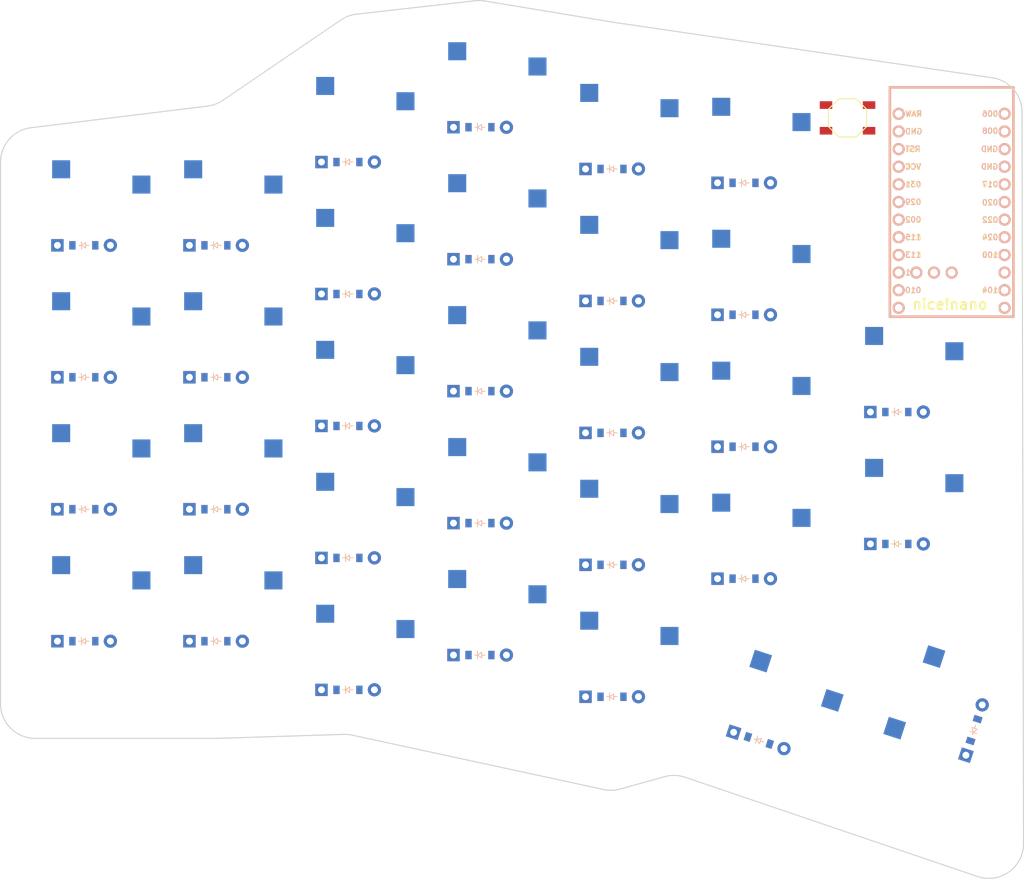
<source format=kicad_pcb>
(kicad_pcb (version 20240108) (generator "pcbnew") (generator_version "8.0")
  (title_block (title "left") (rev "v1.0.0") (company "Unknown"))
  (layers (0 "F.Cu" signal) (31 "B.Cu" signal) (34 "B.Paste" user) (35 "F.Paste" user) (36 "B.SilkS" user "B.Silkscreen") (37 "F.SilkS" user "F.Silkscreen") (38 "B.Mask" user) (39 "F.Mask" user) (44 "Edge.Cuts" user))
  (net 0 "")
  (net 1 "outer_bottom")
  (net 2 "outer_home")
  (net 3 "outer_top")
  (net 4 "outer_num")
  (net 5 "pinky_bottom")
  (net 6 "pinky_home")
  (net 7 "pinky_top")
  (net 8 "pinky_num")
  (net 9 "ring_mod")
  (net 10 "ring_bottom")
  (net 11 "ring_home")
  (net 12 "ring_top")
  (net 13 "ring_num")
  (net 14 "middle_mod")
  (net 15 "middle_bottom")
  (net 16 "middle_home")
  (net 17 "middle_top")
  (net 18 "middle_num")
  (net 19 "index_mod")
  (net 20 "index_bottom")
  (net 21 "index_home")
  (net 22 "index_top")
  (net 23 "index_num")
  (net 24 "inner_bottom")
  (net 25 "inner_home")
  (net 26 "inner_top")
  (net 27 "inner_num")
  (net 28 "inner_mod_home")
  (net 29 "inner_mod_top")
  (net 30 "home_cluster")
  (net 31 "far_cluster")
  (net 32 "P113")
  (net 33 "P111")
  (net 34 "P010")
  (net 35 "P009")
  (net 36 "P115")
  (net 37 "RAW")
  (net 38 "GND")
  (net 39 "RST")
  (net 40 "VCC")
  (net 41 "P031")
  (net 42 "P029")
  (net 43 "P002")
  (net 44 "P006")
  (net 45 "P008")
  (net 46 "P017")
  (net 47 "P020")
  (net 48 "P022")
  (net 49 "P024")
  (net 50 "P100")
  (net 51 "P011")
  (net 52 "P104")
  (net 53 "P106")
  (net 54 "P101")
  (net 55 "P102")
  (net 56 "P107")
  (net 57 "reset")
  (footprint "E73:SW_TACT_ALPS_SKQGABE010" (layer "F.Cu") (at 223.253556 65.930671)
    (property "Reference" "B1" (hide yes))
    (property "Value" "" (hide yes))
    (pad "1" smd rect (at -3.1 -1.85) (size 1.8 1.1) (layers "F.Cu" "F.Paste" "F.Mask") (net 38 "GND"))
    (pad "1" smd rect (at 3.1 -1.85) (size 1.8 1.1) (layers "F.Cu" "F.Paste" "F.Mask") (net 38 "GND"))
    (pad "2" smd rect (at -3.1 1.85) (size 1.8 1.1) (layers "F.Cu" "F.Paste" "F.Mask") (net 57 "reset"))
    (pad "2" smd rect (at 3.1 1.85) (size 1.8 1.1) (layers "F.Cu" "F.Paste" "F.Mask") (net 57 "reset"))
  )
  (footprint "ComboDiode" (layer "F.Cu") (at 151.353556 110.280671)
    (property "Reference" "D11" (hide yes))
    (property "Value" "" (hide yes))
    (pad "1" thru_hole rect (at -3.81 0) (size 1.778 1.778) (drill 0.9906) (layers "*.Cu" "*.Mask") (net 33 "P111"))
    (pad "1" smd rect (at -1.65 0) (size 0.9 1.2) (layers "F.Cu" "F.Paste" "F.Mask") (net 33 "P111"))
    (pad "1" smd rect (at -1.65 0) (size 0.9 1.2) (layers "B.Cu" "B.Paste" "B.Mask") (net 33 "P111"))
    (pad "2" smd rect (at 1.65 0) (size 0.9 1.2) (layers "F.Cu" "F.Paste" "F.Mask") (net 11 "ring_home"))
    (pad "2" smd rect (at 1.65 0) (size 0.9 1.2) (layers "B.Cu" "B.Paste" "B.Mask") (net 11 "ring_home"))
    (pad "2" thru_hole circle (at 3.81 0) (size 1.905 1.905) (drill 0.9906) (layers "*.Cu" "*.Mask") (net 11 "ring_home"))
  )
  (footprint "PG1350" (layer "F.Cu") (at 113.353556 136.280671)
    (property "Reference" "S1" (hide yes))
    (property "Value" "" (hide yes))
    (pad "" np_thru_hole circle (at -5.5 0) (size 1.7018 1.7018) (drill 1.7018) (layers "*.Cu" "*.Mask"))
    (pad "" np_thru_hole circle (at 0 -5.95) (size 3 3) (drill 3) (layers "*.Cu" "*.Mask"))
    (pad "" np_thru_hole circle (at 0 0) (size 3.429 3.429) (drill 3.429) (layers "*.Cu" "*.Mask"))
    (pad "" np_thru_hole circle (at 5 -3.75) (size 3 3) (drill 3) (layers "*.Cu" "*.Mask"))
    (pad "" np_thru_hole circle (at 5.5 0) (size 1.7018 1.7018) (drill 1.7018) (layers "*.Cu" "*.Mask"))
    (pad "1" smd rect (at -3.275 -5.95) (size 2.6 2.6) (layers "B.Cu" "B.Paste" "B.Mask"))
    (pad "2" smd rect (at 8.275 -3.75) (size 2.6 2.6) (layers "B.Cu" "B.Paste" "B.Mask") (net 1 "outer_bottom"))
  )
  (footprint "ComboDiode" (layer "F.Cu") (at 132.353556 122.280671)
    (property "Reference" "D6" (hide yes))
    (property "Value" "" (hide yes))
    (pad "1" thru_hole rect (at -3.81 0) (size 1.778 1.778) (drill 0.9906) (layers "*.Cu" "*.Mask") (net 33 "P111"))
    (pad "1" smd rect (at -1.65 0) (size 0.9 1.2) (layers "F.Cu" "F.Paste" "F.Mask") (net 33 "P111"))
    (pad "1" smd rect (at -1.65 0) (size 0.9 1.2) (layers "B.Cu" "B.Paste" "B.Mask") (net 33 "P111"))
    (pad "2" smd rect (at 1.65 0) (size 0.9 1.2) (layers "F.Cu" "F.Paste" "F.Mask") (net 6 "pinky_home"))
    (pad "2" smd rect (at 1.65 0) (size 0.9 1.2) (layers "B.Cu" "B.Paste" "B.Mask") (net 6 "pinky_home"))
    (pad "2" thru_hole circle (at 3.81 0) (size 1.905 1.905) (drill 0.9906) (layers "*.Cu" "*.Mask") (net 6 "pinky_home"))
  )
  (footprint "PG1350" (layer "F.Cu") (at 230.353556 103.280671)
    (property "Reference" "S29" (hide yes))
    (property "Value" "" (hide yes))
    (pad "" np_thru_hole circle (at -5.5 0) (size 1.7018 1.7018) (drill 1.7018) (layers "*.Cu" "*.Mask"))
    (pad "" np_thru_hole circle (at 0 -5.95) (size 3 3) (drill 3) (layers "*.Cu" "*.Mask"))
    (pad "" np_thru_hole circle (at 0 0) (size 3.429 3.429) (drill 3.429) (layers "*.Cu" "*.Mask"))
    (pad "" np_thru_hole circle (at 5 -3.75) (size 3 3) (drill 3) (layers "*.Cu" "*.Mask"))
    (pad "" np_thru_hole circle (at 5.5 0) (size 1.7018 1.7018) (drill 1.7018) (layers "*.Cu" "*.Mask"))
    (pad "1" smd rect (at -3.275 -5.95) (size 2.6 2.6) (layers "B.Cu" "B.Paste" "B.Mask"))
    (pad "2" smd rect (at 8.275 -3.75) (size 2.6 2.6) (layers "B.Cu" "B.Paste" "B.Mask") (net 29 "inner_mod_top"))
  )
  (footprint "PG1350" (layer "F.Cu") (at 151.353556 105.280671)
    (property "Reference" "S11" (hide yes))
    (property "Value" "" (hide yes))
    (pad "" np_thru_hole circle (at -5.5 0) (size 1.7018 1.7018) (drill 1.7018) (layers "*.Cu" "*.Mask"))
    (pad "" np_thru_hole circle (at 0 -5.95) (size 3 3) (drill 3) (layers "*.Cu" "*.Mask"))
    (pad "" np_thru_hole circle (at 0 0) (size 3.429 3.429) (drill 3.429) (layers "*.Cu" "*.Mask"))
    (pad "" np_thru_hole circle (at 5 -3.75) (size 3 3) (drill 3) (layers "*.Cu" "*.Mask"))
    (pad "" np_thru_hole circle (at 5.5 0) (size 1.7018 1.7018) (drill 1.7018) (layers "*.Cu" "*.Mask"))
    (pad "1" smd rect (at -3.275 -5.95) (size 2.6 2.6) (layers "B.Cu" "B.Paste" "B.Mask"))
    (pad "2" smd rect (at 8.275 -3.75) (size 2.6 2.6) (layers "B.Cu" "B.Paste" "B.Mask") (net 11 "ring_home"))
  )
  (footprint "ComboDiode" (layer "F.Cu") (at 170.353556 86.280671)
    (property "Reference" "D17" (hide yes))
    (property "Value" "" (hide yes))
    (pad "1" thru_hole rect (at -3.81 0) (size 1.778 1.778) (drill 0.9906) (layers "*.Cu" "*.Mask") (net 34 "P010"))
    (pad "1" smd rect (at -1.65 0) (size 0.9 1.2) (layers "F.Cu" "F.Paste" "F.Mask") (net 34 "P010"))
    (pad "1" smd rect (at -1.65 0) (size 0.9 1.2) (layers "B.Cu" "B.Paste" "B.Mask") (net 34 "P010"))
    (pad "2" smd rect (at 1.65 0) (size 0.9 1.2) (layers "F.Cu" "F.Paste" "F.Mask") (net 17 "middle_top"))
    (pad "2" smd rect (at 1.65 0) (size 0.9 1.2) (layers "B.Cu" "B.Paste" "B.Mask") (net 17 "middle_top"))
    (pad "2" thru_hole circle (at 3.81 0) (size 1.905 1.905) (drill 0.9906) (layers "*.Cu" "*.Mask") (net 17 "middle_top"))
  )
  (footprint "ComboDiode" (layer "F.Cu") (at 189.353556 73.280671)
    (property "Reference" "D23" (hide yes))
    (property "Value" "" (hide yes))
    (pad "1" thru_hole rect (at -3.81 0) (size 1.778 1.778) (drill 0.9906) (layers "*.Cu" "*.Mask") (net 35 "P009"))
    (pad "1" smd rect (at -1.65 0) (size 0.9 1.2) (layers "F.Cu" "F.Paste" "F.Mask") (net 35 "P009"))
    (pad "1" smd rect (at -1.65 0) (size 0.9 1.2) (layers "B.Cu" "B.Paste" "B.Mask") (net 35 "P009"))
    (pad "2" smd rect (at 1.65 0) (size 0.9 1.2) (layers "F.Cu" "F.Paste" "F.Mask") (net 23 "index_num"))
    (pad "2" smd rect (at 1.65 0) (size 0.9 1.2) (layers "B.Cu" "B.Paste" "B.Mask") (net 23 "index_num"))
    (pad "2" thru_hole circle (at 3.81 0) (size 1.905 1.905) (drill 0.9906) (layers "*.Cu" "*.Mask") (net 23 "index_num"))
  )
  (footprint "PG1350" (layer "F.Cu") (at 189.353556 144.280671)
    (property "Reference" "S19" (hide yes))
    (property "Value" "" (hide yes))
    (pad "" np_thru_hole circle (at -5.5 0) (size 1.7018 1.7018) (drill 1.7018) (layers "*.Cu" "*.Mask"))
    (pad "" np_thru_hole circle (at 0 -5.95) (size 3 3) (drill 3) (layers "*.Cu" "*.Mask"))
    (pad "" np_thru_hole circle (at 0 0) (size 3.429 3.429) (drill 3.429) (layers "*.Cu" "*.Mask"))
    (pad "" np_thru_hole circle (at 5 -3.75) (size 3 3) (drill 3) (layers "*.Cu" "*.Mask"))
    (pad "" np_thru_hole circle (at 5.5 0) (size 1.7018 1.7018) (drill 1.7018) (layers "*.Cu" "*.Mask"))
    (pad "1" smd rect (at -3.275 -5.95) (size 2.6 2.6) (layers "B.Cu" "B.Paste" "B.Mask"))
    (pad "2" smd rect (at 8.275 -3.75) (size 2.6 2.6) (layers "B.Cu" "B.Paste" "B.Mask") (net 19 "index_mod"))
  )
  (footprint "PG1350" (layer "F.Cu") (at 189.353556 87.280671)
    (property "Reference" "S22" (hide yes))
    (property "Value" "" (hide yes))
    (pad "" np_thru_hole circle (at -5.5 0) (size 1.7018 1.7018) (drill 1.7018) (layers "*.Cu" "*.Mask"))
    (pad "" np_thru_hole circle (at 0 -5.95) (size 3 3) (drill 3) (layers "*.Cu" "*.Mask"))
    (pad "" np_thru_hole circle (at 0 0) (size 3.429 3.429) (drill 3.429) (layers "*.Cu" "*.Mask"))
    (pad "" np_thru_hole circle (at 5 -3.75) (size 3 3) (drill 3) (layers "*.Cu" "*.Mask"))
    (pad "" np_thru_hole circle (at 5.5 0) (size 1.7018 1.7018) (drill 1.7018) (layers "*.Cu" "*.Mask"))
    (pad "1" smd rect (at -3.275 -5.95) (size 2.6 2.6) (layers "B.Cu" "B.Paste" "B.Mask"))
    (pad "2" smd rect (at 8.275 -3.75) (size 2.6 2.6) (layers "B.Cu" "B.Paste" "B.Mask") (net 22 "index_top"))
  )
  (footprint "PG1350" (layer "F.Cu") (at 170.353556 81.280671)
    (property "Reference" "S17" (hide yes))
    (property "Value" "" (hide yes))
    (pad "" np_thru_hole circle (at -5.5 0) (size 1.7018 1.7018) (drill 1.7018) (layers "*.Cu" "*.Mask"))
    (pad "" np_thru_hole circle (at 0 -5.95) (size 3 3) (drill 3) (layers "*.Cu" "*.Mask"))
    (pad "" np_thru_hole circle (at 0 0) (size 3.429 3.429) (drill 3.429) (layers "*.Cu" "*.Mask"))
    (pad "" np_thru_hole circle (at 5 -3.75) (size 3 3) (drill 3) (layers "*.Cu" "*.Mask"))
    (pad "" np_thru_hole circle (at 5.5 0) (size 1.7018 1.7018) (drill 1.7018) (layers "*.Cu" "*.Mask"))
    (pad "1" smd rect (at -3.275 -5.95) (size 2.6 2.6) (layers "B.Cu" "B.Paste" "B.Mask"))
    (pad "2" smd rect (at 8.275 -3.75) (size 2.6 2.6) (layers "B.Cu" "B.Paste" "B.Mask") (net 17 "middle_top"))
  )
  (footprint "ComboDiode" (layer "F.Cu") (at 132.353556 84.280671)
    (property "Reference" "D8" (hide yes))
    (property "Value" "" (hide yes))
    (pad "1" thru_hole rect (at -3.81 0) (size 1.778 1.778) (drill 0.9906) (layers "*.Cu" "*.Mask") (net 35 "P009"))
    (pad "1" smd rect (at -1.65 0) (size 0.9 1.2) (layers "F.Cu" "F.Paste" "F.Mask") (net 35 "P009"))
    (pad "1" smd rect (at -1.65 0) (size 0.9 1.2) (layers "B.Cu" "B.Paste" "B.Mask") (net 35 "P009"))
    (pad "2" smd rect (at 1.65 0) (size 0.9 1.2) (layers "F.Cu" "F.Paste" "F.Mask") (net 8 "pinky_num"))
    (pad "2" smd rect (at 1.65 0) (size 0.9 1.2) (layers "B.Cu" "B.Paste" "B.Mask") (net 8 "pinky_num"))
    (pad "2" thru_hole circle (at 3.81 0) (size 1.905 1.905) (drill 0.9906) (layers "*.Cu" "*.Mask") (net 8 "pinky_num"))
  )
  (footprint "PG1350" (layer "F.Cu") (at 189.353556 125.280671)
    (property "Reference" "S20" (hide yes))
    (property "Value" "" (hide yes))
    (pad "" np_thru_hole circle (at -5.5 0) (size 1.7018 1.7018) (drill 1.7018) (layers "*.Cu" "*.Mask"))
    (pad "" np_thru_hole circle (at 0 -5.95) (size 3 3) (drill 3) (layers "*.Cu" "*.Mask"))
    (pad "" np_thru_hole circle (at 0 0) (size 3.429 3.429) (drill 3.429) (layers "*.Cu" "*.Mask"))
    (pad "" np_thru_hole circle (at 5 -3.75) (size 3 3) (drill 3) (layers "*.Cu" "*.Mask"))
    (pad "" np_thru_hole circle (at 5.5 0) (size 1.7018 1.7018) (drill 1.7018) (layers "*.Cu" "*.Mask"))
    (pad "1" smd rect (at -3.275 -5.95) (size 2.6 2.6) (layers "B.Cu" "B.Paste" "B.Mask"))
    (pad "2" smd rect (at 8.275 -3.75) (size 2.6 2.6) (layers "B.Cu" "B.Paste" "B.Mask") (net 20 "index_bottom"))
  )
  (footprint "ComboDiode" (layer "F.Cu") (at 189.353556 111.280671)
    (property "Reference" "D21" (hide yes))
    (property "Value" "" (hide yes))
    (pad "1" thru_hole rect (at -3.81 0) (size 1.778 1.778) (drill 0.9906) (layers "*.Cu" "*.Mask") (net 33 "P111"))
    (pad "1" smd rect (at -1.65 0) (size 0.9 1.2) (layers "F.Cu" "F.Paste" "F.Mask") (net 33 "P111"))
    (pad "1" smd rect (at -1.65 0) (size 0.9 1.2) (layers "B.Cu" "B.Paste" "B.Mask") (net 33 "P111"))
    (pad "2" smd rect (at 1.65 0) (size 0.9 1.2) (layers "F.Cu" "F.Paste" "F.Mask") (net 21 "index_home"))
    (pad "2" smd rect (at 1.65 0) (size 0.9 1.2) (layers "B.Cu" "B.Paste" "B.Mask") (net 21 "index_home"))
    (pad "2" thru_hole circle (at 3.81 0) (size 1.905 1.905) (drill 0.9906) (layers "*.Cu" "*.Mask") (net 21 "index_home"))
  )
  (footprint "PG1350" (layer "F.Cu") (at 170.353556 62.280671)
    (property "Reference" "S18" (hide yes))
    (property "Value" "" (hide yes))
    (pad "" np_thru_hole circle (at -5.5 0) (size 1.7018 1.7018) (drill 1.7018) (layers "*.Cu" "*.Mask"))
    (pad "" np_thru_hole circle (at 0 -5.95) (size 3 3) (drill 3) (layers "*.Cu" "*.Mask"))
    (pad "" np_thru_hole circle (at 0 0) (size 3.429 3.429) (drill 3.429) (layers "*.Cu" "*.Mask"))
    (pad "" np_thru_hole circle (at 5 -3.75) (size 3 3) (drill 3) (layers "*.Cu" "*.Mask"))
    (pad "" np_thru_hole circle (at 5.5 0) (size 1.7018 1.7018) (drill 1.7018) (layers "*.Cu" "*.Mask"))
    (pad "1" smd rect (at -3.275 -5.95) (size 2.6 2.6) (layers "B.Cu" "B.Paste" "B.Mask"))
    (pad "2" smd rect (at 8.275 -3.75) (size 2.6 2.6) (layers "B.Cu" "B.Paste" "B.Mask") (net 18 "middle_num"))
  )
  (footprint "ComboDiode" (layer "F.Cu") (at 132.353556 103.280671)
    (property "Reference" "D7" (hide yes))
    (property "Value" "" (hide yes))
    (pad "1" thru_hole rect (at -3.81 0) (size 1.778 1.778) (drill 0.9906) (layers "*.Cu" "*.Mask") (net 34 "P010"))
    (pad "1" smd rect (at -1.65 0) (size 0.9 1.2) (layers "F.Cu" "F.Paste" "F.Mask") (net 34 "P010"))
    (pad "1" smd rect (at -1.65 0) (size 0.9 1.2) (layers "B.Cu" "B.Paste" "B.Mask") (net 34 "P010"))
    (pad "2" smd rect (at 1.65 0) (size 0.9 1.2) (layers "F.Cu" "F.Paste" "F.Mask") (net 7 "pinky_top"))
    (pad "2" smd rect (at 1.65 0) (size 0.9 1.2) (layers "B.Cu" "B.Paste" "B.Mask") (net 7 "pinky_top"))
    (pad "2" thru_hole circle (at 3.81 0) (size 1.905 1.905) (drill 0.9906) (layers "*.Cu" "*.Mask") (net 7 "pinky_top"))
  )
  (footprint "nice_nano" (layer "F.Cu") (at 238.233556 79.310671 -90)
    (property "Reference" "MCU1" (hide yes))
    (property "Value" "nice_nano" (hide yes))
    (fp_text user "022" (at 1.3 -5.53719 0) (layer "B.SilkS") (effects (font (size 0.8 0.8)) (justify mirror)))
    (fp_text user "VCC" (at -6.35 5.537191 0) (layer "B.SilkS") (effects (font (size 0.8 0.8)) (justify mirror)))
    (fp_text user "010" (at 11.43 5.537191 0) (layer "B.SilkS") (effects (font (size 0.8 0.8)) (justify mirror)))
    (fp_text user "017" (at -3.8 -5.53719 0) (layer "B.SilkS") (effects (font (size 0.8 0.8)) (justify mirror)))
    (fp_text user "002" (at 1.27 5.537191 0) (layer "B.SilkS") (effects (font (size 0.8 0.8)) (justify mirror)))
    (fp_text user "100" (at 6.35 -5.53719 0) (layer "B.SilkS") (effects (font (size 0.8 0.8)) (justify mirror)))
    (fp_text user "RAW" (at -13.97 5.473715 0) (layer "B.SilkS") (effects (font (size 0.8 0.8)) (justify mirror)))
    (fp_text user "GND" (at -6.35 -5.461 0) (layer "B.SilkS") (effects (font (size 0.8 0.8)) (justify mirror)))
    (fp_text user "111" (at 8.89 5.537191 0) (layer "B.SilkS") (effects (font (size 0.8 0.8)) (justify mirror)))
    (fp_text user "029" (at -1.27 5.537191 0) (layer "B.SilkS") (effects (font (size 0.8 0.8)) (justify mirror)))
    (fp_text user "006" (at -13.97 -5.53719 0) (layer "B.SilkS") (effects (font (size 0.8 0.8)) (justify mirror)))
    (fp_text user "024" (at 3.81 -5.53719 0) (layer "B.SilkS") (effects (font (size 0.8 0.8)) (justify mirror)))
    (fp_text user "115" (at 3.81 5.537191 0) (layer "B.SilkS") (effects (font (size 0.8 0.8)) (justify mirror)))
    (fp_text user "008" (at -11.5 -5.53719 0) (layer "B.SilkS") (effects (font (size 0.8 0.8)) (justify mirror)))
    (fp_text user "113" (at 6.35 5.537191 0) (layer "B.SilkS") (effects (font (size 0.8 0.8)) (justify mirror)))
    (fp_text user "020" (at -1.2 -5.53719 0) (layer "B.SilkS") (effects (font (size 0.8 0.8)) (justify mirror)))
    (fp_text user "GND" (at -8.89 -5.461 0) (layer "B.SilkS") (effects (font (size 0.8 0.8)) (justify mirror)))
    (fp_text user "RST" (at -8.89 5.588 0) (layer "B.SilkS") (effects (font (size 0.8 0.8)) (justify mirror)))
    (fp_text user "GND" (at -11.43 5.454667 0) (layer "B.SilkS") (effects (font (size 0.8 0.8)) (justify mirror)))
    (fp_text user "104" (at 11.43 -5.53719 0) (layer "B.SilkS") (effects (font (size 0.8 0.8)) (justify mirror)))
    (fp_text user "031" (at -3.81 5.537191 0) (layer "B.SilkS") (effects (font (size 0.8 0.8)) (justify mirror)))
    (fp_text user "010" (at 11.43 5.537191 0) (layer "F.SilkS") (effects (font (size 0.8 0.8))))
    (fp_text user "GND" (at -6.35 -5.461 0) (layer "F.SilkS") (effects (font (size 0.8 0.8))))
    (fp_text user "GND" (at -8.89 -5.461 0) (layer "F.SilkS") (effects (font (size 0.8 0.8))))
    (fp_text user "006" (at -13.97 -5.53719 0) (layer "F.SilkS") (effects (font (size 0.8 0.8))))
    (fp_text user "VCC" (at -6.35 5.537191 0) (layer "F.SilkS") (effects (font (size 0.8 0.8))))
    (fp_text user "100" (at 6.35 -5.53719 0) (layer "F.SilkS") (effects (font (size 0.8 0.8))))
    (fp_text user "113" (at 6.35 5.537191 0) (layer "F.SilkS") (effects (font (size 0.8 0.8))))
    (fp_text user "nice!nano" (at 13.462 0.254 0) (layer "F.SilkS") (effects (font (size 1.5 1.5) (thickness 0.3))))
    (fp_text user "008" (at -11.5 -5.53719 0) (layer "F.SilkS") (effects (font (size 0.8 0.8))))
    (fp_text user "RAW" (at -13.97 5.473715 0) (layer "F.SilkS") (effects (font (size 0.8 0.8))))
    (fp_text user "017" (at -3.8 -5.53719 0) (layer "F.SilkS") (effects (font (size 0.8 0.8))))
    (fp_text user "RST" (at -8.89 5.588 0) (layer "F.SilkS") (effects (font (size 0.8 0.8))))
    (fp_text user "002" (at 1.27 5.537191 0) (layer "F.SilkS") (effects (font (size 0.8 0.8))))
    (fp_text user "020" (at -1.2 -5.53719 0) (layer "F.SilkS") (effects (font (size 0.8 0.8))))
    (fp_text user "022" (at 1.3 -5.53719 0) (layer "F.SilkS") (effects (font (size 0.8 0.8))))
    (fp_text user "029" (at -1.27 5.537191 0) (layer "F.SilkS") (effects (font (size 0.8 0.8))))
    (fp_text user "111" (at 8.89 5.537191 0) (layer "F.SilkS") (effects (font (size 0.8 0.8))))
    (fp_text user "031" (at -3.81 5.537191 0) (layer "F.SilkS") (effects (font (size 0.8 0.8))))
    (fp_text user "024" (at 3.81 -5.53719 0) (layer "F.SilkS") (effects (font (size 0.8 0.8))))
    (fp_text user "115" (at 3.81 5.537191 0) (layer "F.SilkS") (effects (font (size 0.8 0.8))))
    (fp_text user "GND" (at -11.43 5.454667 0) (layer "F.SilkS") (effects (font (size 0.8 0.8))))
    (fp_text user "104" (at 11.43 -5.53719 0) (layer "F.SilkS") (effects (font (size 0.8 0.8))))
    (pad "1" thru_hole circle (at -13.97 -7.62) (size 1.7526 1.7526) (drill 1.0922) (layers "*.Cu" "*.SilkS" "*.Mask") (net 44 "P006"))
    (pad "2" thru_hole circle (at -11.43 -7.62) (size 1.7526 1.7526) (drill 1.0922) (layers "*.Cu" "*.SilkS" "*.Mask") (net 45 "P008"))
    (pad "3" thru_hole circle (at -8.89 -7.62) (size 1.7526 1.7526) (drill 1.0922) (layers "*.Cu" "*.SilkS" "*.Mask") (net 38 "GND"))
    (pad "4" thru_hole circle (at -6.35 -7.62) (size 1.7526 1.7526) (drill 1.0922) (layers "*.Cu" "*.SilkS" "*.Mask") (net 38 "GND"))
    (pad "5" thru_hole circle (at -3.81 -7.62) (size 1.7526 1.7526) (drill 1.0922) (layers "*.Cu" "*.SilkS" "*.Mask") (net 46 "P017"))
    (pad "6" thru_hole circle (at -1.27 -7.62) (size 1.7526 1.7526) (drill 1.0922) (layers "*.Cu" "*.SilkS" "*.Mask") (net 47 "P020"))
    (pad "7" thru_hole circle (at 1.27 -7.62) (size 1.7526 1.7526) (drill 1.0922) (layers "*.Cu" "*.SilkS" "*.Mask") (net 48 "P022"))
    (pad "8" thru_hole circle (at 3.81 -7.62) (size 1.7526 1.7526) (drill 1.0922) (layers "*.Cu" "*.SilkS" "*.Mask") (net 49 "P024"))
    (pad "9" thru_hole circle (at 6.35 -7.62) (size 1.7526 1.7526) (drill 1.0922) (layers "*.Cu" "*.SilkS" "*.Mask") (net 50 "P100"))
    (pad "10" thru_hole circle (at 8.89 -7.62) (size 1.7526 1.7526) (drill 1.0922) (layers "*.Cu" "*.SilkS" "*.Mask") (net 51 "P011"))
    (pad "11" thru_hole circle (at 11.43 -7.62) (size 1.7526 1.7526) (drill 1.0922) (layers "*.Cu" "*.SilkS" "*.Mask") (net 52 "P104"))
    (pad "12" thru_hole circle (at 13.97 -7.62) (size 1.7526 1.7526) (drill 1.0922) (layers "*.Cu" "*.SilkS" "*.Mask") (net 53 "P106"))
    (pad "13" thru_hole circle (at 13.97 7.62) (size 1.7526 1.7526) (drill 1.0922) (layers "*.Cu" "*.SilkS" "*.Mask") (net 35 "P009"))
    (pad "14" thru_hole circle (at 11.43 7.62) (size 1.7526 1.7526) (drill 1.0922) (layers "*.Cu" "*.SilkS" "*.Mask") (net 34 "P010"))
    (pad "15" thru_hole circle (at 8.89 7.62) (size 1.7526 1.7526) (drill 1.0922) (layers "*.Cu" "*.SilkS" "*.Mask") (net 33 "P111"))
    (pad "16" thru_hole circle (at 6.35 7.62) (size 1.7526 1.7526) (drill 1.0922) (layers "*.Cu" "*.SilkS" "*.Mask") (net 32 "P113"))
    (pad "17" thru_hole circle (at 3.81 7.62) (size 1.7526 1.7526) (drill 1.0922) (layers "*.Cu" "*.SilkS" "*.Mask") (net 36 "P115"))
    (pad "18" thru_hole circle (at 1.27 7.62) (size 1.7526 1.7526) (drill 1.0922) (layers "*.Cu" "*.SilkS" "*.Mask") (net 43 "P002"))
    (pad "19" thru_hole circle (at -1.27 7.62) (size 1.7526 1.7526) (drill 1.0922) (layers "*.Cu" "*.SilkS" "*.Mask") (net 42 "P029"))
    (pad "20" thru_hole circle (at -3.81 7.62) (size 1.7526 1.7526) (drill 1.0922) (layers "*.Cu" "*.SilkS" "*.Mask") (net 41 "P031"))
    (pad "21" thru_hole circle (at -6.35 7.62) (size 1.7526 1.7526) (drill 1.0922) (layers "*.Cu" "*.SilkS" "*.Mask") (net 40 "VCC"))
    (pad "22" thru_hole circle (at -8.89 7.62) (size 1.7526 1.7526) (drill 1.0922) (layers "*.Cu" "*.SilkS" "*.Mask") (net 39 "RST"))
    (pad "23" thru_hole circle (at -11.43 7.62) (size 1.7526 1.7526) (drill 1.0922) (layers "*.Cu" "*.SilkS" "*.Mask") (net 38 "GND"))
    (pad "24" thru_hole circle (at -13.97 7.62) (size 1.7526 1.7526) (drill 1.0922) (layers "*.Cu" "*.SilkS" "*.Mask") (net 37 "RAW"))
    (pad "31" thru_hole circle (at 8.89 5.08) (size 1.7526 1.7526) (drill 1.0922) (layers "*.Cu" "*.SilkS" "*.Mask") (net 54 "P101"))
    (pad "32" thru_hole circle (at 8.89 2.54) (size 1.7526 1.7526) (drill 1.0922) (layers "*.Cu" "*.SilkS" "*.Mask") (net 55 "P102"))
    (pad "33" thru_hole circle (at 8.89 0) (size 1.7526 1.7526) (drill 1.0922) (layers "*.Cu" "*.SilkS" "*.Mask") (net 56 "P107"))
  )
  (footprint "ComboDiode" (layer "F.Cu") (at 241.463798 154.074617 72)
    (property "Reference" "D31" (hide yes))
    (property "Value" "" (hide yes))
    (pad "1" thru_hole rect (at -3.81 0 72) (size 1.778 1.778) (drill 0.9906) (layers "*.Cu" "*.Mask") (net 36 "P115"))
    (pad "1" smd rect (at -1.65 0 72) (size 0.9 1.2) (layers "F.Cu" "F.Paste" "F.Mask") (net 36 "P115"))
    (pad "1" smd rect (at -1.65 0 72) (size 0.9 1.2) (layers "B.Cu" "B.Paste" "B.Mask") (net 36 "P115"))
    (pad "2" smd rect (at 1.65 0 72) (size 0.9 1.2) (layers "F.Cu" "F.Paste" "F.Mask") (net 31 "far_cluster"))
    (pad "2" smd rect (at 1.65 0 72) (size 0.9 1.2) (layers "B.Cu" "B.Paste" "B.Mask") (net 31 "far_cluster"))
    (pad "2" thru_hole circle (at 3.81 0 72) (size 1.905 1.905) (drill 0.9906) (layers "*.Cu" "*.Mask") (net 31 "far_cluster"))
  )
  (footprint "ComboDiode" (layer "F.Cu") (at 113.353556 84.280671)
    (property "Reference" "D4" (hide yes))
    (property "Value" "" (hide yes))
    (pad "1" thru_hole rect (at -3.81 0) (size 1.778 1.778) (drill 0.9906) (layers "*.Cu" "*.Mask") (net 35 "P009"))
    (pad "1" smd rect (at -1.65 0) (size 0.9 1.2) (layers "F.Cu" "F.Paste" "F.Mask") (net 35 "P009"))
    (pad "1" smd rect (at -1.65 0) (size 0.9 1.2) (layers "B.Cu" "B.Paste" "B.Mask") (net 35 "P009"))
    (pad "2" smd rect (at 1.65 0) (size 0.9 1.2) (layers "F.Cu" "F.Paste" "F.Mask") (net 4 "outer_num"))
    (pad "2" smd rect (at 1.65 0) (size 0.9 1.2) (layers "B.Cu" "B.Paste" "B.Mask") (net 4 "outer_num"))
    (pad "2" thru_hole circle (at 3.81 0) (size 1.905 1.905) (drill 0.9906) (layers "*.Cu" "*.Mask") (net 4 "outer_num"))
  )
  (footprint "ComboDiode" (layer "F.Cu") (at 170.353556 124.280671)
    (property "Reference" "D15" (hide yes))
    (property "Value" "" (hide yes))
    (pad "1" thru_hole rect (at -3.81 0) (size 1.778 1.778) (drill 0.9906) (layers "*.Cu" "*.Mask") (net 32 "P113"))
    (pad "1" smd rect (at -1.65 0) (size 0.9 1.2) (layers "F.Cu" "F.Paste" "F.Mask") (net 32 "P113"))
    (pad "1" smd rect (at -1.65 0) (size 0.9 1.2) (layers "B.Cu" "B.Paste" "B.Mask") (net 32 "P113"))
    (pad "2" smd rect (at 1.65 0) (size 0.9 1.2) (layers "F.Cu" "F.Paste" "F.Mask") (net 15 "middle_bottom"))
    (pad "2" smd rect (at 1.65 0) (size 0.9 1.2) (layers "B.Cu" "B.Paste" "B.Mask") (net 15 "middle_bottom"))
    (pad "2" thru_hole circle (at 3.81 0) (size 1.905 1.905) (drill 0.9906) (layers "*.Cu" "*.Mask") (net 15 "middle_bottom"))
  )
  (footprint "ComboDiode" (layer "F.Cu") (at 151.353556 91.280671)
    (property "Reference" "D12" (hide yes))
    (property "Value" "" (hide yes))
    (pad "1" thru_hole rect (at -3.81 0) (size 1.778 1.778) (drill 0.9906) (layers "*.Cu" "*.Mask") (net 34 "P010"))
    (pad "1" smd rect (at -1.65 0) (size 0.9 1.2) (layers "F.Cu" "F.Paste" "F.Mask") (net 34 "P010"))
    (pad "1" smd rect (at -1.65 0) (size 0.9 1.2) (layers "B.Cu" "B.Paste" "B.Mask") (net 34 "P010"))
    (pad "2" smd rect (at 1.65 0) (size 0.9 1.2) (layers "F.Cu" "F.Paste" "F.Mask") (net 12 "ring_top"))
    (pad "2" smd rect (at 1.65 0) (size 0.9 1.2) (layers "B.Cu" "B.Paste" "B.Mask") (net 12 "ring_top"))
    (pad "2" thru_hole circle (at 3.81 0) (size 1.905 1.905) (drill 0.9906) (layers "*.Cu" "*.Mask") (net 12 "ring_top"))
  )
  (footprint "ComboDiode" (layer "F.Cu") (at 151.353556 72.280671)
    (property "Reference" "D13" (hide yes))
    (property "Value" "" (hide yes))
    (pad "1" thru_hole rect (at -3.81 0) (size 1.778 1.778) (drill 0.9906) (layers "*.Cu" "*.Mask") (net 35 "P009"))
    (pad "1" smd rect (at -1.65 0) (size 0.9 1.2) (layers "F.Cu" "F.Paste" "F.Mask") (net 35 "P009"))
    (pad "1" smd rect (at -1.65 0) (size 0.9 1.2) (layers "B.Cu" "B.Paste" "B.Mask") (net 35 "P009"))
    (pad "2" smd rect (at 1.65 0) (size 0.9 1.2) (layers "F.Cu" "F.Paste" "F.Mask") (net 13 "ring_num"))
    (pad "2" smd rect (at 1.65 0) (size 0.9 1.2) (layers "B.Cu" "B.Paste" "B.Mask") (net 13 "ring_num"))
    (pad "2" thru_hole circle (at 3.81 0) (size 1.905 1.905) (drill 0.9906) (layers "*.Cu" "*.Mask") (net 13 "ring_num"))
  )
  (footprint "PG1350" (layer "F.Cu") (at 132.353556 136.280671)
    (property "Reference" "S5" (hide yes))
    (property "Value" "" (hide yes))
    (pad "" np_thru_hole circle (at -5.5 0) (size 1.7018 1.7018) (drill 1.7018) (layers "*.Cu" "*.Mask"))
    (pad "" np_thru_hole circle (at 0 -5.95) (size 3 3) (drill 3) (layers "*.Cu" "*.Mask"))
    (pad "" np_thru_hole circle (at 0 0) (size 3.429 3.429) (drill 3.429) (layers "*.Cu" "*.Mask"))
    (pad "" np_thru_hole circle (at 5 -3.75) (size 3 3) (drill 3) (layers "*.Cu" "*.Mask"))
    (pad "" np_thru_hole circle (at 5.5 0) (size 1.7018 1.7018) (drill 1.7018) (layers "*.Cu" "*.Mask"))
    (pad "1" smd rect (at -3.275 -5.95) (size 2.6 2.6) (layers "B.Cu" "B.Paste" "B.Mask"))
    (pad "2" smd rect (at 8.275 -3.75) (size 2.6 2.6) (layers "B.Cu" "B.Paste" "B.Mask") (net 5 "pinky_bottom"))
  )
  (footprint "ComboDiode" (layer "F.Cu") (at 113.353556 141.280671)
    (property "Reference" "D1" (hide yes))
    (property "Value" "" (hide yes))
    (pad "1" thru_hole rect (at -3.81 0) (size 1.778 1.778) (drill 0.9906) (layers "*.Cu" "*.Mask") (net 32 "P113"))
    (pad "1" smd rect (at -1.65 0) (size 0.9 1.2) (layers "F.Cu" "F.Paste" "F.Mask") (net 32 "P113"))
    (pad "1" smd rect (at -1.65 0) (size 0.9 1.2) (layers "B.Cu" "B.Paste" "B.Mask") (net 32 "P113"))
    (pad "2" smd rect (at 1.65 0) (size 0.9 1.2) (layers "F.Cu" "F.Paste" "F.Mask") (net 1 "outer_bottom"))
    (pad "2" smd rect (at 1.65 0) (size 0.9 1.2) (layers "B.Cu" "B.Paste" "B.Mask") (net 1 "outer_bottom"))
    (pad "2" thru_hole circle (at 3.81 0) (size 1.905 1.905) (drill 0.9906) (layers "*.Cu" "*.Mask") (net 1 "outer_bottom"))
  )
  (footprint "ComboDiode" (layer "F.Cu") (at 151.353556 129.280671)
    (property "Reference" "D10" (hide yes))
    (property "Value" "" (hide yes))
    (pad "1" thru_hole rect (at -3.81 0) (size 1.778 1.778) (drill 0.9906) (layers "*.Cu" "*.Mask") (net 32 "P113"))
    (pad "1" smd rect (at -1.65 0) (size 0.9 1.2) (layers "F.Cu" "F.Paste" "F.Mask") (net 32 "P113"))
    (pad "1" smd rect (at -1.65 0) (size 0.9 1.2) (layers "B.Cu" "B.Paste" "B.Mask") (net 32 "P113"))
    (pad "2" smd rect (at 1.65 0) (size 0.9 1.2) (layers "F.Cu" "F.Paste" "F.Mask") (net 10 "ring_bottom"))
    (pad "2" smd rect (at 1.65 0) (size 0.9 1.2) (layers "B.Cu" "B.Paste" "B.Mask") (net 10 "ring_bottom"))
    (pad "2" thru_hole circle (at 3.81 0) (size 1.905 1.905) (drill 0.9906) (layers "*.Cu" "*.Mask") (net 10 "ring_bottom"))
  )
  (footprint "ComboDiode" (layer "F.Cu") (at 208.353556 94.280671)
    (property "Reference" "D26" (hide yes))
    (property "Value" "" (hide yes))
    (pad "1" thru_hole rect (at -3.81 0) (size 1.778 1.778) (drill 0.9906) (layers "*.Cu" "*.Mask") (net 34 "P010"))
    (pad "1" smd rect (at -1.65 0) (size 0.9 1.2) (layers "F.Cu" "F.Paste" "F.Mask") (net 34 "P010"))
    (pad "1" smd rect (at -1.65 0) (size 0.9 1.2) (layers "B.Cu" "B.Paste" "B.Mask") (net 34 "P010"))
    (pad "2" smd rect (at 1.65 0) (size 0.9 1.2) (layers "F.Cu" "F.Paste" "F.Mask") (net 26 "inner_top"))
    (pad "2" smd rect (at 1.65 0) (size 0.9 1.2) (layers "B.Cu" "B.Paste" "B.Mask") (net 26 "inner_top"))
    (pad "2" thru_hole circle (at 3.81 0) (size 1.905 1.905) (drill 0.9906) (layers "*.Cu" "*.Mask") (net 26 "inner_top"))
  )
  (footprint "ComboDiode" (layer "F.Cu") (at 208.353556 75.280671)
    (property "Reference" "D27" (hide yes))
    (property "Value" "" (hide yes))
    (pad "1" thru_hole rect (at -3.81 0) (size 1.778 1.778) (drill 0.9906) (layers "*.Cu" "*.Mask") (net 35 "P009"))
    (pad "1" smd rect (at -1.65 0) (size 0.9 1.2) (layers "F.Cu" "F.Paste" "F.Mask") (net 35 "P009"))
    (pad "1" smd rect (at -1.65 0) (size 0.9 1.2) (layers "B.Cu" "B.Paste" "B.Mask") (net 35 "P009"))
    (pad "2" smd rect (at 1.65 0) (size 0.9 1.2) (layers "F.Cu" "F.Paste" "F.Mask") (net 27 "inner_num"))
    (pad "2" smd rect (at 1.65 0) (size 0.9 1.2) (layers "B.Cu" "B.Paste" "B.Mask") (net 27 "inner_num"))
    (pad "2" thru_hole circle (at 3.81 0) (size 1.905 1.905) (drill 0.9906) (layers "*.Cu" "*.Mask") (net 27 "inner_num"))
  )
  (footprint "PG1350" (layer "F.Cu") (at 113.353556 79.280671)
    (property "Reference" "S4" (hide yes))
    (property "Value" "" (hide yes))
    (pad "" np_thru_hole circle (at -5.5 0) (size 1.7018 1.7018) (drill 1.7018) (layers "*.Cu" "*.Mask"))
    (pad "" np_thru_hole circle (at 0 -5.95) (size 3 3) (drill 3) (layers "*.Cu" "*.Mask"))
    (pad "" np_thru_hole circle (at 0 0) (size 3.429 3.429) (drill 3.429) (layers "*.Cu" "*.Mask"))
    (pad "" np_thru_hole circle (at 5 -3.75) (size 3 3) (drill 3) (layers "*.Cu" "*.Mask"))
    (pad "" np_thru_hole circle (at 5.5 0) (size 1.7018 1.7018) (drill 1.7018) (layers "*.Cu" "*.Mask"))
    (pad "1" smd rect (at -3.275 -5.95) (size 2.6 2.6) (layers "B.Cu" "B.Paste" "B.Mask"))
    (pad "2" smd rect (at 8.275 -3.75) (size 2.6 2.6) (layers "B.Cu" "B.Paste" "B.Mask") (net 4 "outer_num"))
  )
  (footprint "ComboDiode" (layer "F.Cu") (at 189.353556 149.280671)
    (property "Reference" "D19" (hide yes))
    (property "Value" "" (hide yes))
    (pad "1" thru_hole rect (at -3.81 0) (size 1.778 1.778) (drill 0.9906) (layers "*.Cu" "*.Mask") (net 36 "P115"))
    (pad "1" smd rect (at -1.65 0) (size 0.9 1.2) (layers "F.Cu" "F.Paste" "F.Mask") (net 36 "P115"))
    (pad "1" smd rect (at -1.65 0) (size 0.9 1.2) (layers "B.Cu" "B.Paste" "B.Mask") (net 36 "P115"))
    (pad "2" smd rect (at 1.65 0) (size 0.9 1.2) (layers "F.Cu" "F.Paste" "F.Mask") (net 19 "index_mod"))
    (pad "2" smd rect (at 1.65 0) (size 0.9 1.2) (layers "B.Cu" "B.Paste" "B.Mask") (net 19 "index_mod"))
    (pad "2" thru_hole circle (at 3.81 0) (size 1.905 1.905) (drill 0.9906) (layers "*.Cu" "*.Mask") (net 19 "index_mod"))
  )
  (footprint "ComboDiode" (layer "F.Cu") (at 230.353556 108.280671)
    (property "Reference" "D29" (hide yes))
    (property "Value" "" (hide yes))
    (pad "1" thru_hole rect (at -3.81 0) (size 1.778 1.778) (drill 0.9906) (layers "*.Cu" "*.Mask") (net 34 "P010"))
    (pad "1" smd rect (at -1.65 0) (size 0.9 1.2) (layers "F.Cu" "F.Paste" "F.Mask") (net 34 "P010"))
    (pad "1" smd rect (at -1.65 0) (size 0.9 1.2) (layers "B.Cu" "B.Paste" "B.Mask") (net 34 "P010"))
    (pad "2" smd rect (at 1.65 0) (size 0.9 1.2) (layers "F.Cu" "F.Paste" "F.Mask") (net 29 "inner_mod_top"))
    (pad "2" smd rect (at 1.65 0) (size 0.9 1.2) (layers "B.Cu" "B.Paste" "B.Mask") (net 29 "inner_mod_top"))
    (pad "2" thru_hole circle (at 3.81 0) (size 1.905 1.905) (drill 0.9906) (layers "*.Cu" "*.Mask") (net 29 "inner_mod_top"))
  )
  (footprint "PG1350" (layer "F.Cu") (at 170.353556 119.280671)
    (property "Reference" "S15" (hide yes))
    (property "Value" "" (hide yes))
    (pad "" np_thru_hole circle (at -5.5 0) (size 1.7018 1.7018) (drill 1.7018) (layers "*.Cu" "*.Mask"))
    (pad "" np_thru_hole circle (at 0 -5.95) (size 3 3) (drill 3) (layers "*.Cu" "*.Mask"))
    (pad "" np_thru_hole circle (at 0 0) (size 3.429 3.429) (drill 3.429) (layers "*.Cu" "*.Mask"))
    (pad "" np_thru_hole circle (at 5 -3.75) (size 3 3) (drill 3) (layers "*.Cu" "*.Mask"))
    (pad "" np_thru_hole circle (at 5.5 0) (size 1.7018 1.7018) (drill 1.7018) (layers "*.Cu" "*.Mask"))
    (pad "1" smd rect (at -3.275 -5.95) (size 2.6 2.6) (layers "B.Cu" "B.Paste" "B.Mask"))
    (pad "2" smd rect (at 8.275 -3.75) (size 2.6 2.6) (layers "B.Cu" "B.Paste" "B.Mask") (net 15 "middle_bottom"))
  )
  (footprint "ComboDiode" (layer "F.Cu") (at 170.353556 67.280671)
    (property "Reference" "D18" (hide yes))
    (property "Value" "" (hide yes))
    (pad "1" thru_hole rect (at -3.81 0) (size 1.778 1.778) (drill 0.9906) (layers "*.Cu" "*.Mask") (net 35 "P009"))
    (pad "1" smd rect (at -1.65 0) (size 0.9 1.2) (layers "F.Cu" "F.Paste" "F.Mask") (net 35 "P009"))
    (pad "1" smd rect (at -1.65 0) (size 0.9 1.2) (layers "B.Cu" "B.Paste" "B.Mask") (net 35 "P009"))
    (pad "2" smd rect (at 1.65 0) (size 0.9 1.2) (layers "F.Cu" "F.Paste" "F.Mask") (net 18 "middle_num"))
    (pad "2" smd rect (at 1.65 0) (size 0.9 1.2) (layers "B.Cu" "B.Paste" "B.Mask") (net 18 "middle_num"))
    (pad "2" thru_hole circle (at 3.81 0) (size 1.905 1.905) (drill 0.9906) (layers "*.Cu" "*.Mask") (net 18 "middle_num"))
  )
  (footprint "ComboDiode" (layer "F.Cu") (at 113.353556 103.280671)
    (property "Reference" "D3" (hide yes))
    (property "Value" "" (hide yes))
    (pad "1" thru_hole rect (at -3.81 0) (size 1.778 1.778) (drill 0.9906) (layers "*.Cu" "*.Mask") (net 34 "P010"))
    (pad "1" smd rect (at -1.65 0) (size 0.9 1.2) (layers "F.Cu" "F.Paste" "F.Mask") (net 34 "P010"))
    (pad "1" smd rect (at -1.65 0) (size 0.9 1.2) (layers "B.Cu" "B.Paste" "B.Mask") (net 34 "P010"))
    (pad "2" smd rect (at 1.65 0) (size 0.9 1.2) (layers "F.Cu" "F.Paste" "F.Mask") (net 3 "outer_top"))
    (pad "2" smd rect (at 1.65 0) (size 0.9 1.2) (layers "B.Cu" "B.Paste" "B.Mask") (net 3 "outer_top"))
    (pad "2" thru_hole circle (at 3.81 0) (size 1.905 1.905) (drill 0.9906) (layers "*.Cu" "*.Mask") (net 3 "outer_top"))
  )
  (footprint "PG1350" (layer "F.Cu") (at 236.708516 152.529532 72)
    (property "Reference" "S31" (hide yes))
    (property "Value" "" (hide yes))
    (pad "" np_thru_hole circle (at -5.5 0) (size 1.7018 1.7018) (drill 1.7018) (layers "*.Cu" "*.Mask"))
    (pad "" np_thru_hole circle (at 0 -5.95) (size 3 3) (drill 3) (layers "*.Cu" "*.Mask"))
    (pad "" np_thru_hole circle (at 0 0) (size 3.429 3.429) (drill 3.429) (layers "*.Cu" "*.Mask"))
    (pad "" np_thru_hole circle (at 5 -3.75) (size 3 3) (drill 3) (layers "*.Cu" "*.Mask"))
    (pad "" np_thru_hole circle (at 5.5 0) (size 1.7018 1.7018) (drill 1.7018) (layers "*.Cu" "*.Mask"))
    (pad "1" smd rect (at -3.275 -5.95 72) (size 2.6 2.6) (layers "B.Cu" "B.Paste" "B.Mask"))
    (pad "2" smd rect (at 8.275 -3.75 72) (size 2.6 2.6) (layers "B.Cu" "B.Paste" "B.Mask") (net 31 "far_cluster"))
  )
  (footprint "PG1350" (layer "F.Cu") (at 113.353556 98.280671)
    (property "Reference" "S3" (hide yes))
    (property "Value" "" (hide yes))
    (pad "" np_thru_hole circle (at -5.5 0) (size 1.7018 1.7018) (drill 1.7018) (layers "*.Cu" "*.Mask"))
    (pad "" np_thru_hole circle (at 0 -5.95) (size 3 3) (drill 3) (layers "*.Cu" "*.Mask"))
    (pad "" np_thru_hole circle (at 0 0) (size 3.429 3.429) (drill 3.429) (layers "*.Cu" "*.Mask"))
    (pad "" np_thru_hole circle (at 5 -3.75) (size 3 3) (drill 3) (layers "*.Cu" "*.Mask"))
    (pad "" np_thru_hole circle (at 5.5 0) (size 1.7018 1.7018) (drill 1.7018) (layers "*.Cu" "*.Mask"))
    (pad "1" smd rect (at -3.275 -5.95) (size 2.6 2.6) (layers "B.Cu" "B.Paste" "B.Mask"))
    (pad "2" smd rect (at 8.275 -3.75) (size 2.6 2.6) (layers "B.Cu" "B.Paste" "B.Mask") (net 3 "outer_top"))
  )
  (footprint "ComboDiode" (layer "F.Cu") (at 210.483972 155.574745 -18)
    (property "Reference" "D30" (hide yes))
    (property "Value" "" (hide yes))
    (pad "1" thru_hole rect (at -3.81 0 342) (size 1.778 1.778) (drill 0.9906) (layers "*.Cu" "*.Mask") (net 36 "P115"))
    (pad "1" smd rect (at -1.65 0 342) (size 0.9 1.2) (layers "F.Cu" "F.Paste" "F.Mask") (net 36 "P115"))
    (pad "1" smd rect (at -1.65 0 342) (size 0.9 1.2) (layers "B.Cu" "B.Paste" "B.Mask") (net 36 "P115"))
    (pad "2" smd rect (at 1.65 0 342) (size 0.9 1.2) (layers "F.Cu" "F.Paste" "F.Mask") (net 30 "home_cluster"))
    (pad "2" smd rect (at 1.65 0 342) (size 0.9 1.2) (layers "B.Cu" "B.Paste" "B.Mask") (net 30 "home_cluster"))
    (pad "2" thru_hole circle (at 3.81 0 342) (size 1.905 1.905) (drill 0.9906) (layers "*.Cu" "*.Mask") (net 30 "home_cluster"))
  )
  (footprint "ComboDiode" (layer "F.Cu") (at 208.353556 132.280671)
    (property "Reference" "D24" (hide yes))
    (property "Value" "" (hide yes))
    (pad "1" thru_hole rect (at -3.81 0) (size 1.778 1.778) (drill 0.9906) (layers "*.Cu" "*.Mask") (net 32 "P113"))
    (pad "1" smd rect (at -1.65 0) (size 0.9 1.2) (layers "F.Cu" "F.Paste" "F.Mask") (net 32 "P113"))
    (pad "1" smd rect (at -1.65 0) (size 0.9 1.2) (layers "B.Cu" "B.Paste" "B.Mask") (net 32 "P113"))
    (pad "2" smd rect (at 1.65 0) (size 0.9 1.2) (layers "F.Cu" "F.Paste" "F.Mask") (net 24 "inner_bottom"))
    (pad "2" smd rect (at 1.65 0) (size 0.9 1.2) (layers "B.Cu" "B.Paste" "B.Mask") (net 24 "inner_bottom"))
    (pad "2" thru_hole circle (at 3.81 0) (size 1.905 1.905) (drill 0.9906) (layers "*.Cu" "*.Mask") (net 24 "inner_bottom"))
  )
  (footprint "PG1350" (layer "F.Cu") (at 208.353556 89.280671)
    (property "Reference" "S26" (hide yes))
    (property "Value" "" (hide yes))
    (pad "" np_thru_hole circle (at -5.5 0) (size 1.7018 1.7018) (drill 1.7018) (layers "*.Cu" "*.Mask"))
    (pad "" np_thru_hole circle (at 0 -5.95) (size 3 3) (drill 3) (layers "*.Cu" "*.Mask"))
    (pad "" np_thru_hole circle (at 0 0) (size 3.429 3.429) (drill 3.429) (layers "*.Cu" "*.Mask"))
    (pad "" np_thru_hole circle (at 5 -3.75) (size 3 3) (drill 3) (layers "*.Cu" "*.Mask"))
    (pad "" np_thru_hole circle (at 5.5 0) (size 1.7018 1.7018) (drill 1.7018) (layers "*.Cu" "*.Mask"))
    (pad "1" smd rect (at -3.275 -5.95) (size 2.6 2.6) (layers "B.Cu" "B.Paste" "B.Mask"))
    (pad "2" smd rect (at 8.275 -3.75) (size 2.6 2.6) (layers "B.Cu" "B.Paste" "B.Mask") (net 26 "inner_top"))
  )
  (footprint "PG1350" (layer "F.Cu") (at 208.353556 127.280671)
    (property "Reference" "S24" (hide yes))
    (property "Value" "" (hide yes))
    (pad "" np_thru_hole circle (at -5.5 0) (size 1.7018 1.7018) (drill 1.7018) (layers "*.Cu" "*.Mask"))
    (pad "" np_thru_hole circle (at 0 -5.95) (size 3 3) (drill 3) (layers "*.Cu" "*.Mask"))
    (pad "" np_thru_hole circle (at 0 0) (size 3.429 3.429) (drill 3.429) (layers "*.Cu" "*.Mask"))
    (pad "" np_thru_hole circle (at 5 -3.75) (size 3 3) (drill 3) (layers "*.Cu" "*.Mask"))
    (pad "" np_thru_hole circle (at 5.5 0) (size 1.7018 1.7018) (drill 1.7018) (layers "*.Cu" "*.Mask"))
    (pad "1" smd rect (at -3.275 -5.95) (size 2.6 2.6) (layers "B.Cu" "B.Paste" "B.Mask"))
    (pad "2" smd rect (at 8.275 -3.75) (size 2.6 2.6) (layers "B.Cu" "B.Paste" "B.Mask") (net 24 "inner_bottom"))
  )
  (footprint "ComboDiode" (layer "F.Cu") (at 170.353556 105.280671)
    (property "Reference" "D16" (hide yes))
    (property "Value" "" (hide yes))
    (pad "1" thru_hole rect (at -3.81 0) (size 1.778 1.778) (drill 0.9906) (layers "*.Cu" "*.Mask") (net 33 "P111"))
    (pad "1" smd rect (at -1.65 0) (size 0.9 1.2) (layers "F.Cu" "F.Paste" "F.Mask") (net 33 "P111"))
    (pad "1" smd rect (at -1.65 0) (size 0.9 1.2) (layers "B.Cu" "B.Paste" "B.Mask") (net 33 "P111"))
    (pad "2" smd rect (at 1.65 0) (size 0.9 1.2) (layers "F.Cu" "F.Paste" "F.Mask") (net 16 "middle_home"))
    (pad "2" smd rect (at 1.65 0) (size 0.9 1.2) (layers "B.Cu" "B.Paste" "B.Mask") (net 16 "middle_home"))
    (pad "2" thru_hole circle (at 3.81 0) (size 1.905 1.905) (drill 0.9906) (layers "*.Cu" "*.Mask") (net 16 "middle_home"))
  )
  (footprint "PG1350" (layer "F.Cu") (at 132.353556 98.280671)
    (property "Reference" "S7" (hide yes))
    (property "Value" "" (hide yes))
    (pad "" np_thru_hole circle (at -5.5 0) (size 1.7018 1.7018) (drill 1.7018) (layers "*.Cu" "*.Mask"))
    (pad "" np_thru_hole circle (at 0 -5.95) (size 3 3) (drill 3) (layers "*.Cu" "*.Mask"))
    (pad "" np_thru_hole circle (at 0 0) (size 3.429 3.429) (drill 3.429) (layers "*.Cu" "*.Mask"))
    (pad "" np_thru_hole circle (at 5 -3.75) (size 3 3) (drill 3) (layers "*.Cu" "*.Mask"))
    (pad "" np_thru_hole circle (at 5.5 0) (size 1.7018 1.7018) (drill 1.7018) (layers "*.Cu" "*.Mask"))
    (pad "1" smd rect (at -3.275 -5.95) (size 2.6 2.6) (layers "B.Cu" "B.Paste" "B.Mask"))
    (pad "2" smd rect (at 8.275 -3.75) (size 2.6 2.6) (layers "B.Cu" "B.Paste" "B.Mask") (net 7 "pinky_top"))
  )
  (footprint "PG1350" (layer "F.Cu") (at 151.353556 67.280671)
    (property "Reference" "S13" (hide yes))
    (property "Value" "" (hide yes))
    (pad "" np_thru_hole circle (at -5.5 0) (size 1.7018 1.7018) (drill 1.7018) (layers "*.Cu" "*.Mask"))
    (pad "" np_thru_hole circle (at 0 -5.95) (size 3 3) (drill 3) (layers "*.Cu" "*.Mask"))
    (pad "" np_thru_hole circle (at 0 0) (size 3.429 3.429) (drill 3.429) (layers "*.Cu" "*.Mask"))
    (pad "" np_thru_hole circle (at 5 -3.75) (size 3 3) (drill 3) (layers "*.Cu" "*.Mask"))
    (pad "" np_thru_hole circle (at 5.5 0) (size 1.7018 1.7018) (drill 1.7018) (layers "*.Cu" "*.Mask"))
    (pad "1" smd rect (at -3.275 -5.95) (size 2.6 2.6) (layers "B.Cu" "B.Paste" "B.Mask"))
    (pad "2" smd rect (at 8.275 -3.75) (size 2.6 2.6) (layers "B.Cu" "B.Paste" "B.Mask") (net 13 "ring_num"))
  )
  (footprint "PG1350" (layer "F.Cu") (at 189.353556 106.280671)
    (property "Reference" "S21" (hide yes))
    (property "Value" "" (hide yes))
    (pad "" np_thru_hole circle (at -5.5 0) (size 1.7018 1.7018) (drill 1.7018) (layers "*.Cu" "*.Mask"))
    (pad "" np_thru_hole circle (at 0 -5.95) (size 3 3) (drill 3) (layers "*.Cu" "*.Mask"))
    (pad "" np_thru_hole circle (at 0 0) (size 3.429 3.429) (drill 3.429) (layers "*.Cu" "*.Mask"))
    (pad "" np_thru_hole circle (at 5 -3.75) (size 3 3) (drill 3) (layers "*.Cu" "*.Mask"))
    (pad "" np_thru_hole circle (at 5.5 0) (size 1.7018 1.7018) (drill 1.7018) (layers "*.Cu" "*.Mask"))
    (pad "1" smd rect (at -3.275 -5.95) (size 2.6 2.6) (layers "B.Cu" "B.Paste" "B.Mask"))
    (pad "2" smd rect (at 8.275 -3.75) (size 2.6 2.6) (layers "B.Cu" "B.Paste" "B.Mask") (net 21 "index_home"))
  )
  (footprint "ComboDiode" (layer "F.Cu") (at 113.353556 122.280671)
    (property "Reference" "D2" (hide yes))
    (property "Value" "" (hide yes))
    (pad "1" thru_hole rect (at -3.81 0) (size 1.778 1.778) (drill 0.9906) (layers "*.Cu" "*.Mask") (net 33 "P111"))
    (pad "1" smd rect (at -1.65 0) (size 0.9 1.2) (layers "F.Cu" "F.Paste" "F.Mask") (net 33 "P111"))
    (pad "1" smd rect (at -1.65 0) (size 0.9 1.2) (layers "B.Cu" "B.Paste" "B.Mask") (net 33 "P111"))
    (pad "2" smd rect (at 1.65 0) (size 0.9 1.2) (layers "F.Cu" "F.Paste" "F.Mask") (net 2 "outer_home"))
    (pad "2" smd rect (at 1.65 0) (size 0.9 1.2) (layers "B.Cu" "B.Paste" "B.Mask") (net 2 "outer_home"))
    (pad "2" thru_hole circle (at 3.81 0) (size 1.905 1.905) (drill 0.9906) (layers "*.Cu" "*.Mask") (net 2 "outer_home"))
  )
  (footprint "PG1350" (layer "F.Cu") (at 151.353556 124.280671)
    (property "Reference" "S10" (hide yes))
    (property "Value" "" (hide yes))
    (pad "" np_thru_hole circle (at -5.5 0) (size 1.7018 1.7018) (drill 1.7018) (layers "*.Cu" "*.Mask"))
    (pad "" np_thru_hole circle (at 0 -5.95) (size 3 3) (drill 3) (layers "*.Cu" "*.Mask"))
    (pad "" np_thru_hole circle (at 0 0) (size 3.429 3.429) (drill 3.429) (layers "*.Cu" "*.Mask"))
    (pad "" np_thru_hole circle (at 5 -3.75) (size 3 3) (drill 3) (layers "*.Cu" "*.Mask"))
    (pad "" np_thru_hole circle (at 5.5 0) (size 1.7018 1.7018) (drill 1.7018) (layers "*.Cu" "*.Mask"))
    (pad "1" smd rect (at -3.275 -5.95) (size 2.6 2.6) (layers "B.Cu" "B.Paste" "B.Mask"))
    (pad "2" smd rect (at 8.275 -3.75) (size 2.6 2.6) (layers "B.Cu" "B.Paste" "B.Mask") (net 10 "ring_bottom"))
  )
  (footprint "ComboDiode" (layer "F.Cu") (at 189.353556 130.280671)
    (property "Reference" "D20" (hide yes))
    (property "Value" "" (hide yes))
    (pad "1" thru_hole rect (at -3.81 0) (size 1.778 1.778) (drill 0.9906) (layers "*.Cu" "*.Mask") (net 32 "P113"))
    (pad "1" smd rect (at -1.65 0) (size 0.9 1.2) (layers "F.Cu" "F.Paste" "F.Mask") (net 32 "P113"))
    (pad "1" smd rect (at -1.65 0) (size 0.9 1.2) (layers "B.Cu" "B.Paste" "B.Mask") (net 32 "P113"))
    (pad "2" smd rect (at 1.65 0) (size 0.9 1.2) (layers "F.Cu" "F.Paste" "F.Mask") (net 20 "index_bottom"))
    (pad "2" smd rect (at 1.65 0) (size 0.9 1.2) (layers "B.Cu" "B.Paste" "B.Mask") (net 20 "index_bottom"))
    (pad "2" thru_hole circle (at 3.81 0) (size 1.905 1.905) (drill 0.9906) (layers "*.Cu" "*.Mask") (net 20 "index_bottom"))
  )
  (footprint "PG1350" (layer "F.Cu") (at 132.353556 117.280671)
    (property "Reference" "S6" (hide yes))
    (property "Value" "" (hide yes))
    (pad "" np_thru_hole circle (at -5.5 0) (size 1.7018 1.7018) (drill 1.7018) (layers "*.Cu" "*.Mask"))
    (pad "" np_thru_hole circle (at 0 -5.95) (size 3 3) (drill 3) (layers "*.Cu" "*.Mask"))
    (pad "" np_thru_hole circle (at 0 0) (size 3.429 3.429) (drill 3.429) (layers "*.Cu" "*.Mask"))
    (pad "" np_thru_hole circle (at 5 -3.75) (size 3 3) (drill 3) (layers "*.Cu" "*.Mask"))
    (pad "" np_thru_hole circle (at 5.5 0) (size 1.7018 1.7018) (drill 1.7018) (layers "*.Cu" "*.Mask"))
    (pad "1" smd rect (at -3.275 -5.95) (size 2.6 2.6) (layers "B.Cu" "B.Paste" "B.Mask"))
    (pad "2" smd rect (at 8.275 -3.75) (size 2.6 2.6) (layers "B.Cu" "B.Paste" "B.Mask") (net 6 "pinky_home"))
  )
  (footprint "PG1350" (layer "F.Cu") (at 208.353556 108.280671)
    (property "Reference" "S25" (hide yes))
    (property "Value" "" (hide yes))
    (pad "" np_thru_hole circle (at -5.5 0) (size 1.7018 1.7018) (drill 1.7018) (layers "*.Cu" "*.Mask"))
    (pad "" np_thru_hole circle (at 0 -5.95) (size 3 3) (drill 3) (layers "*.Cu" "*.Mask"))
    (pad "" np_thru_hole circle (at 0 0) (size 3.429 3.429) (drill 3.429) (layers "*.Cu" "*.Mask"))
    (pad "" np_thru_hole circle (at 5 -3.75) (size 3 3) (drill 3) (layers "*.Cu" "*.Mask"))
    (pad "" np_thru_hole circle (at 5.5 0) (size 1.7018 1.7018) (drill 1.7018) (layers "*.Cu" "*.Mask"))
    (pad "1" smd rect (at -3.275 -5.95) (size 2.6 2.6) (layers "B.Cu" "B.Paste" "B.Mask"))
    (pad "2" smd rect (at 8.275 -3.75) (size 2.6 2.6) (layers "B.Cu" "B.Paste" "B.Mask") (net 25 "inner_home"))
  )
  (footprint "PG1350" (layer "F.Cu") (at 230.353556 122.280671)
    (property "Reference" "S28" (hide yes))
    (property "Value" "" (hide yes))
    (pad "" np_thru_hole circle (at -5.5 0) (size 1.7018 1.7018) (drill 1.7018) (layers "*.Cu" "*.Mask"))
    (pad "" np_thru_hole circle (at 0 -5.95) (size 3 3) (drill 3) (layers "*.Cu" "*.Mask"))
    (pad "" np_thru_hole circle (at 0 0) (size 3.429 3.429) (drill 3.429) (layers "*.Cu" "*.Mask"))
    (pad "" np_thru_hole circle (at 5 -3.75) (size 3 3) (drill 3) (layers "*.Cu" "*.Mask"))
    (pad "" np_thru_hole circle (at 5.5 0) (size 1.7018 1.7018) (drill 1.7018) (layers "*.Cu" "*.Mask"))
    (pad "1" smd rect (at -3.275 -5.95) (size 2.6 2.6) (layers "B.Cu" "B.Paste" "B.Mask"))
    (pad "2" smd rect (at 8.275 -3.75) (size 2.6 2.6) (layers "B.Cu" "B.Paste" "B.Mask") (net 28 "inner_mod_home"))
  )
  (footprint "PG1350" (layer "F.Cu") (at 212.029057 150.819463 -18)
    (property "Reference" "S30" (hide yes))
    (property "Value" "" (hide yes))
    (pad "" np_thru_hole circle (at -5.5 0) (size 1.7018 1.7018) (drill 1.7018) (layers "*.Cu" "*.Mask"))
    (pad "" np_thru_hole circle (at 0 -5.95) (size 3 3) (drill 3) (layers "*.Cu" "*.Mask"))
    (pad "" np_thru_hole circle (at 0 0) (size 3.429 3.429) (drill 3.429) (layers "*.Cu" "*.Mask"))
    (pad "" np_thru_hole circle (at 5 -3.75) (size 3 3) (drill 3) (layers "*.Cu" "*.Mask"))
    (pad "" np_thru_hole circle (at 5.5 0) (size 1.7018 1.7018) (drill 1.7018) (layers "*.Cu" "*.Mask"))
    (pad "1" smd rect (at -3.275 -5.95 342) (size 2.6 2.6) (layers "B.Cu" "B.Paste" "B.Mask"))
    (pad "2" smd rect (at 8.275 -3.75 342) (size 2.6 2.6) (layers "B.Cu" "B.Paste" "B.Mask") (net 30 "home_cluster"))
  )
  (footprint "PG1350" (layer "F.Cu") (at 151.353556 143.280671)
    (property "Reference" "S9" (hide yes))
    (property "Value" "" (hide yes))
    (pad "" np_thru_hole circle (at -5.5 0) (size 1.7018 1.7018) (drill 1.7018) (layers "*.Cu" "*.Mask"))
    (pad "" np_thru_hole circle (at 0 -5.95) (size 3 3) (drill 3) (layers "*.Cu" "*.Mask"))
    (pad "" np_thru_hole circle (at 0 0) (size 3.429 3.429) (drill 3.429) (layers "*.Cu" "*.Mask"))
    (pad "" np_thru_hole circle (at 5 -3.75) (size 3 3) (drill 3) (layers "*.Cu" "*.Mask"))
    (pad "" np_thru_hole circle (at 5.5 0) (size 1.7018 1.7018) (drill 1.7018) (layers "*.Cu" "*.Mask"))
    (pad "1" smd rect (at -3.275 -5.95) (size 2.6 2.6) (layers "B.Cu" "B.Paste" "B.Mask"))
    (pad "2" smd rect (at 8.275 -3.75) (size 2.6 2.6) (layers "B.Cu" "B.Paste" "B.Mask") (net 9 "ring_mod"))
  )
  (footprint "ComboDiode" (layer "F.Cu") (at 230.353556 127.280671)
    (property "Reference" "D28" (hide yes))
    (property "Value" "" (hide yes))
    (pad "1" thru_hole rect (at -3.81 0) (size 1.778 1.778) (drill 0.9906) (layers "*.Cu" "*.Mask") (net 33 "P111"))
    (pad "1" smd rect (at -1.65 0) (size 0.9 1.2) (layers "F.Cu" "F.Paste" "F.Mask") (net 33 "P111"))
    (pad "1" smd rect (at -1.65 0) (size 0.9 1.2) (layers "B.Cu" "B.Paste" "B.Mask") (net 33 "P111"))
    (pad "2" smd rect (at 1.65 0) (size 0.9 1.2) (layers "F.Cu" "F.Paste" "F.Mask") (net 28 "inner_mod_home"))
    (pad "2" smd rect (at 1.65 0) (size 0.9 1.2) (layers "B.Cu" "B.Paste" "B.Mask") (net 28 "inner_mod_home"))
    (pad "2" thru_hole circle (at 3.81 0) (size 1.905 1.905) (drill 0.9906) (layers "*.Cu" "*.Mask") (net 28 "inner_mod_home"))
  )
  (footprint "ComboDiode" (layer "F.Cu") (at 208.353556 113.280671)
    (property "Reference" "D25" (hide yes))
    (property "Value" "" (hide yes))
    (pad "1" thru_hole rect (at -3.81 0) (size 1.778 1.778) (drill 0.9906) (layers "*.Cu" "*.Mask") (net 33 "P111"))
    (pad "1" smd rect (at -1.65 0) (size 0.9 1.2) (layers "F.Cu" "F.Paste" "F.Mask") (net 33 "P111"))
    (pad "1" smd rect (at -1.65 0) (size 0.9 1.2) (layers "B.Cu" "B.Paste" "B.Mask") (net 33 "P111"))
    (pad "2" smd rect (at 1.65 0) (size 0.9 1.2) (layers "F.Cu" "F.Paste" "F.Mask") (net 25 "inner_home"))
    (pad "2" smd rect (at 1.65 0) (size 0.9 1.2) (layers "B.Cu" "B.Paste" "B.Mask") (net 25 "inner_home"))
    (pad "2" thru_hole circle (at 3.81 0) (size 1.905 1.905) (drill 0.9906) (layers "*.Cu" "*.Mask") (net 25 "inner_home"))
  )
  (footprint "ComboDiode" (layer "F.Cu") (at 189.353556 92.280671)
    (property "Reference" "D22" (hide yes))
    (property "Value" "" (hide yes))
    (pad "1" thru_hole rect (at -3.81 0) (size 1.778 1.778) (drill 0.9906) (layers "*.Cu" "*.Mask") (net 34 "P010"))
    (pad "1" smd rect (at -1.65 0) (size 0.9 1.2) (layers "F.Cu" "F.Paste" "F.Mask") (net 34 "P010"))
    (pad "1" smd rect (at -1.65 0) (size 0.9 1.2) (layers "B.Cu" "B.Paste" "B.Mask") (net 34 "P010"))
    (pad "2" smd rect (at 1.65 0) (size 0.9 1.2) (layers "F.Cu" "F.Paste" "F.Mask") (net 22 "index_top"))
    (pad "2" smd rect (at 1.65 0) (size 0.9 1.2) (layers "B.Cu" "B.Paste" "B.Mask") (net 22 "index_top"))
    (pad "2" thru_hole circle (at 3.81 0) (size 1.905 1.905) (drill 0.9906) (layers "*.Cu" "*.Mask") (net 22 "index_top"))
  )
  (footprint "ComboDiode" (layer "F.Cu") (at 170.353556 143.280671)
    (property "Reference" "D14" (hide yes))
    (property "Value" "" (hide yes))
    (pad "1" thru_hole rect (at -3.81 0) (size 1.778 1.778) (drill 0.9906) (layers "*.Cu" "*.Mask") (net 36 "P115"))
    (pad "1" smd rect (at -1.65 0) (size 0.9 1.2) (layers "F.Cu" "F.Paste" "F.Mask") (net 36 "P115"))
    (pad "1" smd rect (at -1.65 0) (size 0.9 1.2) (layers "B.Cu" "B.Paste" "B.Mask") (net 36 "P115"))
    (pad "2" smd rect (at 1.65 0) (size 0.9 1.2) (layers "F.Cu" "F.Paste" "F.Mask") (net 14 "middle_mod"))
    (pad "2" smd rect (at 1.65 0) (size 0.9 1.2) (layers "B.Cu" "B.Paste" "B.Mask") (net 14 "middle_mod"))
    (pad "2" thru_hole circle (at 3.81 0) (size 1.905 1.905) (drill 0.9906) (layers "*.Cu" "*.Mask") (net 14 "middle_mod"))
  )
  (footprint "PG1350" (layer "F.Cu") (at 189.353556 68.280671)
    (property "Reference" "S23" (hide yes))
    (property "Value" "" (hide yes))
    (pad "" np_thru_hole circle (at -5.5 0) (size 1.7018 1.7018) (drill 1.7018) (layers "*.Cu" "*.Mask"))
    (pad "" np_thru_hole circle (at 0 -5.95) (size 3 3) (drill 3) (layers "*.Cu" "*.Mask"))
    (pad "" np_thru_hole circle (at 0 0) (size 3.429 3.429) (drill 3.429) (layers "*.Cu" "*.Mask"))
    (pad "" np_thru_hole circle (at 5 -3.75) (size 3 3) (drill 3) (layers "*.Cu" "*.Mask"))
    (pad "" np_thru_hole circle (at 5.5 0) (size 1.7018 1.7018) (drill 1.7018) (layers "*.Cu" "*.Mask"))
    (pad "1" smd rect (at -3.275 -5.95) (size 2.6 2.6) (layers "B.Cu" "B.Paste" "B.Mask"))
    (pad "2" smd rect (at 8.275 -3.75) (size 2.6 2.6) (layers "B.Cu" "B.Paste" "B.Mask") (net 23 "index_num"))
  )
  (footprint "ComboDiode" (layer "F.Cu") (at 151.353556 148.280671)
    (property "Reference" "D9" (hide yes))
    (property "Value" "" (hide yes))
    (pad "1" thru_hole rect (at -3.81 0) (size 1.778 1.778) (drill 0.9906) (layers "*.Cu" "*.Mask") (net 36 "P115"))
    (pad "1" smd rect (at -1.65 0) (size 0.9 1.2) (layers "F.Cu" "F.Paste" "F.Mask") (net 36 "P115"))
    (pad "1" smd rect (at -1.65 0) (size 0.9 1.2) (layers "B.Cu" "B.Paste" "B.Mask") (net 36 "P115"))
    (pad "2" smd rect (at 1.65 0) (size 0.9 1.2) (layers "F.Cu" "F.Paste" "F.Mask") (net 9 "ring_mod"))
    (pad "2" smd rect (at 1.65 0) (size 0.9 1.2) (layers "B.Cu" "B.Paste" "B.Mask") (net 9 "ring_mod"))
    (pad "2" thru_hole circle (at 3.81 0) (size 1.905 1.905) (drill 0.9906) (layers "*.Cu" "*.Mask") (net 9 "ring_mod"))
  )
  (footprint "PG1350" (layer "F.Cu") (at 170.353556 138.280671)
    (property "Reference" "S14" (hide yes))
    (property "Value" "" (hide yes))
    (pad "" np_thru_hole circle (at -5.5 0) (size 1.7018 1.7018) (drill 1.7018) (layers "*.Cu" "*.Mask"))
    (pad "" np_thru_hole circle (at 0 -5.95) (size 3 3) (drill 3) (layers "*.Cu" "*.Mask"))
    (pad "" np_thru_hole circle (at 0 0) (size 3.429 3.429) (drill 3.429) (layers "*.Cu" "*.Mask"))
    (pad "" np_thru_hole circle (at 5 -3.75) (size 3 3) (drill 3) (layers "*.Cu" "*.Mask"))
    (pad "" np_thru_hole circle (at 5.5 0) (size 1.7018 1.7018) (drill 1.7018) (layers "*.Cu" "*.Mask"))
    (pad "1" smd rect (at -3.275 -5.95) (size 2.6 2.6) (layers "B.Cu" "B.Paste" "B.Mask"))
    (pad "2" smd rect (at 8.275 -3.75) (size 2.6 2.6) (layers "B.Cu" "B.Paste" "B.Mask") (net 14 "middle_mod"))
  )
  (footprint "PG1350" (layer "F.Cu") (at 170.353556 100.280671)
    (property "Reference" "S16" (hide yes))
    (property "Value" "" (hide yes))
    (pad "" np_thru_hole circle (at -5.5 0) (size 1.7018 1.7018) (drill 1.7018) (layers "*.Cu" "*.Mask"))
    (pad "" np_thru_hole circle (at 0 -5.95) (size 3 3) (drill 3) (layers "*.Cu" "*.Mask"))
    (pad "" np_thru_hole circle (at 0 0) (size 3.429 3.429) (drill 3.429) (layers "*.Cu" "*.Mask"))
    (pad "" np_thru_hole circle (at 5 -3.75) (size 3 3) (drill 3) (layers "*.Cu" "*.Mask"))
    (pad "" np_thru_hole circle (at 5.5 0) (size 1.7018 1.7018) (drill 1.7018) (layers "*.Cu" "*.Mask"))
    (pad "1" smd rect (at -3.275 -5.95) (size 2.6 2.6) (layers "B.Cu" "B.Paste" "B.Mask"))
    (pad "2" smd rect (at 8.275 -3.75) (size 2.6 2.6) (layers "B.Cu" "B.Paste" "B.Mask") (net 16 "middle_home"))
  )
  (footprint "PG1350" (layer "F.Cu") (at 132.353556 79.280671)
    (property "Reference" "S8" (hide yes))
    (property "Value" "" (hide yes))
    (pad "" np_thru_hole circle (at -5.5 0) (size 1.7018 1.7018) (drill 1.7018) (layers "*.Cu" "*.Mask"))
    (pad "" np_thru_hole circle (at 0 -5.95) (size 3 3) (drill 3) (layers "*.Cu" "*.Mask"))
    (pad "" np_thru_hole circle (at 0 0) (size 3.429 3.429) (drill 3.429) (layers "*.Cu" "*.Mask"))
    (pad "" np_thru_hole circle (at 5 -3.75) (size 3 3) (drill 3) (layers "*.Cu" "*.Mask"))
    (pad "" np_thru_hole circle (at 5.5 0) (size 1.7018 1.7018) (drill 1.7018) (layers "*.Cu" "*.Mask"))
    (pad "1" smd rect (at -3.275 -5.95) (size 2.6 2.6) (layers "B.Cu" "B.Paste" "B.Mask"))
    (pad "2" smd rect (at 8.275 -3.75) (size 2.6 2.6) (layers "B.Cu" "B.Paste" "B.Mask") (net 8 "pinky_num"))
  )
  (footprint "PG1350" (layer "F.Cu") (at 151.353556 86.280671)
    (property "Reference" "S12" (hide yes))
    (property "Value" "" (hide yes))
    (pad "" np_thru_hole circle (at -5.5 0) (size 1.7018 1.7018) (drill 1.7018) (layers "*.Cu" "*.Mask"))
    (pad "" np_thru_hole circle (at 0 -5.95) (size 3 3) (drill 3) (layers "*.Cu" "*.Mask"))
    (pad "" np_thru_hole circle (at 0 0) (size 3.429 3.429) (drill 3.429) (layers "*.Cu" "*.Mask"))
    (pad "" np_thru_hole circle (at 5 -3.75) (size 3 3) (drill 3) (layers "*.Cu" "*.Mask"))
    (pad "" np_thru_hole circle (at 5.5 0) (size 1.7018 1.7018) (drill 1.7018) (layers "*.Cu" "*.Mask"))
    (pad "1" smd rect (at -3.275 -5.95) (size 2.6 2.6) (layers "B.Cu" "B.Paste" "B.Mask"))
    (pad "2" smd rect (at 8.275 -3.75) (size 2.6 2.6) (layers "B.Cu" "B.Paste" "B.Mask") (net 12 "ring_top"))
  )
  (footprint "ComboDiode" (layer "F.Cu") (at 132.353556 141.280671)
    (property "Reference" "D5" (hide yes))
    (property "Value" "" (hide yes))
    (pad "1" thru_hole rect (at -3.81 0) (size 1.778 1.778) (drill 0.9906) (layers "*.Cu" "*.Mask") (net 32 "P113"))
    (pad "1" smd rect (at -1.65 0) (size 0.9 1.2) (layers "F.Cu" "F.Paste" "F.Mask") (net 32 "P113"))
    (pad "1" smd rect (at -1.65 0) (size 0.9 1.2) (layers "B.Cu" "B.Paste" "B.Mask") (net 32 "P113"))
    (pad "2" smd rect (at 1.65 0) (size 0.9 1.2) (layers "F.Cu" "F.Paste" "F.Mask") (net 5 "pinky_bottom"))
    (pad "2" smd rect (at 1.65 0) (size 0.9 1.2) (layers "B.Cu" "B.Paste" "B.Mask") (net 5 "pinky_bottom"))
    (pad "2" thru_hole circle (at 3.81 0) (size 1.905 1.905) (drill 0.9906) (layers "*.Cu" "*.Mask") (net 5 "pinky_bottom"))
  )
  (footprint "PG1350" (layer "F.Cu") (at 208.353556 70.280671)
    (property "Reference" "S27" (hide yes))
    (property "Value" "" (hide yes))
    (pad "" np_thru_hole circle (at -5.5 0) (size 1.7018 1.7018) (drill 1.7018) (layers "*.Cu" "*.Mask"))
    (pad "" np_thru_hole circle (at 0 -5.95) (size 3 3) (drill 3) (layers "*.Cu" "*.Mask"))
    (pad "" np_thru_hole circle (at 0 0) (size 3.429 3.429) (drill 3.429) (layers "*.Cu" "*.Mask"))
    (pad "" np_thru_hole circle (at 5 -3.75) (size 3 3) (drill 3) (layers "*.Cu" "*.Mask"))
    (pad "" np_thru_hole circle (at 5.5 0) (size 1.7018 1.7018) (drill 1.7018) (layers "*.Cu" "*.Mask"))
    (pad "1" smd rect (at -3.275 -5.95) (size 2.6 2.6) (layers "B.Cu" "B.Paste" "B.Mask"))
    (pad "2" smd rect (at 8.275 -3.75) (size 2.6 2.6) (layers "B.Cu" "B.Paste" "B.Mask") (net 27 "inner_num"))
  )
  (footprint "PG1350" (layer "F.Cu") (at 113.353556 117.280671)
    (property "Reference" "S2" (hide yes))
    (property "Value" "" (hide yes))
    (pad "" np_thru_hole circle (at -5.5 0) (size 1.7018 1.7018) (drill 1.7018) (layers "*.Cu" "*.Mask"))
    (pad "" np_thru_hole circle (at 0 -5.95) (size 3 3) (drill 3) (layers "*.Cu" "*.Mask"))
    (pad "" np_thru_hole circle (at 0 0) (size 3.429 3.429) (drill 3.429) (layers "*.Cu" "*.Mask"))
    (pad "" np_thru_hole circle (at 5 -3.75) (size 3 3) (drill 3) (layers "*.Cu" "*.Mask"))
    (pad "" np_thru_hole circle (at 5.5 0) (size 1.7018 1.7018) (drill 1.7018) (layers "*.Cu" "*.Mask"))
    (pad "1" smd rect (at -3.275 -5.95) (size 2.6 2.6) (layers "B.Cu" "B.Paste" "B.Mask"))
    (pad "2" smd rect (at 8.275 -3.75) (size 2.6 2.6) (layers "B.Cu" "B.Paste" "B.Mask") (net 2 "outer_home"))
  )
  (gr_arc (start 189.399868 52.137461) (mid 189.353591 52.130455) (end 189.307381 52.123016) (stroke (width 0.15)) (layer "Edge.Cuts"))
  (gr_arc (start 190.544274 162.56899) (mid 189.349144 162.750219) (end 188.145447 162.639338) (stroke (width 0.15)) (layer "Edge.Cuts"))
  (gr_line (start 152.584074 50.991428) (end 169.66108 49.05903) (stroke (width 0.15)) (layer "Edge.Cuts"))
  (gr_arc (start 248.583577 170.428166) (mid 246.5 174.5) (end 241.975838 175.173116) (stroke (width 0.15)) (layer "Edge.Cuts"))
  (gr_line (start 196.921156 160.792671) (end 190.544274 162.568989) (stroke (width 0.15)) (layer "Edge.Cuts"))
  (gr_arc (start 244.087909 60.155283) (mid 247.142465 61.829371) (end 248.3626 65.091909) (stroke (width 0.15)) (layer "Edge.Cuts"))
  (gr_arc (start 169.66108 49.05903) (mid 170.352308 49.028987) (end 171.041066 49.094653) (stroke (width 0.15)) (layer "Edge.Cuts"))
  (gr_arc (start 196.921156 160.792671) (mid 198.402079 160.611232) (end 199.870605 160.87483) (stroke (width 0.15)) (layer "Edge.Cuts"))
  (gr_line (start 171.041066 49.094653) (end 189.307381 52.123016) (stroke (width 0.15)) (layer "Edge.Cuts"))
  (gr_line (start 101.353556 150.280671) (end 101.353556 72.305193) (stroke (width 0.15)) (layer "Edge.Cuts"))
  (gr_line (start 241.975838 175.173116) (end 199.870605 160.87483) (stroke (width 0.15)) (layer "Edge.Cuts"))
  (gr_line (start 105.745206 67.34234) (end 131.148833 64.228347) (stroke (width 0.15)) (layer "Edge.Cuts"))
  (gr_arc (start 150.73929 154.700068) (mid 151.350147 154.718144) (end 151.954235 154.810607) (stroke (width 0.15)) (layer "Edge.Cuts"))
  (gr_arc (start 133.356493 63.397091) (mid 132.302387 63.944778) (end 131.148833 64.228347) (stroke (width 0.15)) (layer "Edge.Cuts"))
  (gr_line (start 248.3626 65.091909) (end 248.583578 170.428165) (stroke (width 0.15)) (layer "Edge.Cuts"))
  (gr_line (start 188.145447 162.639338) (end 151.954235 154.810607) (stroke (width 0.15)) (layer "Edge.Cuts"))
  (gr_line (start 132.274628 155.280671) (end 106.353556 155.280671) (stroke (width 0.15)) (layer "Edge.Cuts"))
  (gr_arc (start 150.330266 51.828124) (mid 151.406134 51.272301) (end 152.584074 50.991428) (stroke (width 0.15)) (layer "Edge.Cuts"))
  (gr_line (start 189.399868 52.137461) (end 244.087909 60.155284) (stroke (width 0.15)) (layer "Edge.Cuts"))
  (gr_arc (start 101.353556 72.305193) (mid 102.60911 68.991717) (end 105.745206 67.34234) (stroke (width 0.15)) (layer "Edge.Cuts"))
  (gr_arc (start 106.353556 155.280671) (mid 102.818022 153.816205) (end 101.353556 150.280671) (stroke (width 0.15)) (layer "Edge.Cuts"))
  (gr_arc (start 132.432444 155.27818) (mid 132.353546 155.280048) (end 132.274628 155.280671) (stroke (width 0.15)) (layer "Edge.Cuts"))
  (gr_line (start 150.73929 154.700069) (end 132.432444 155.27818) (stroke (width 0.15)) (layer "Edge.Cuts"))
  (gr_line (start 133.356493 63.39709) (end 150.330266 51.828124) (stroke (width 0.15)) (layer "Edge.Cuts"))
)
</source>
